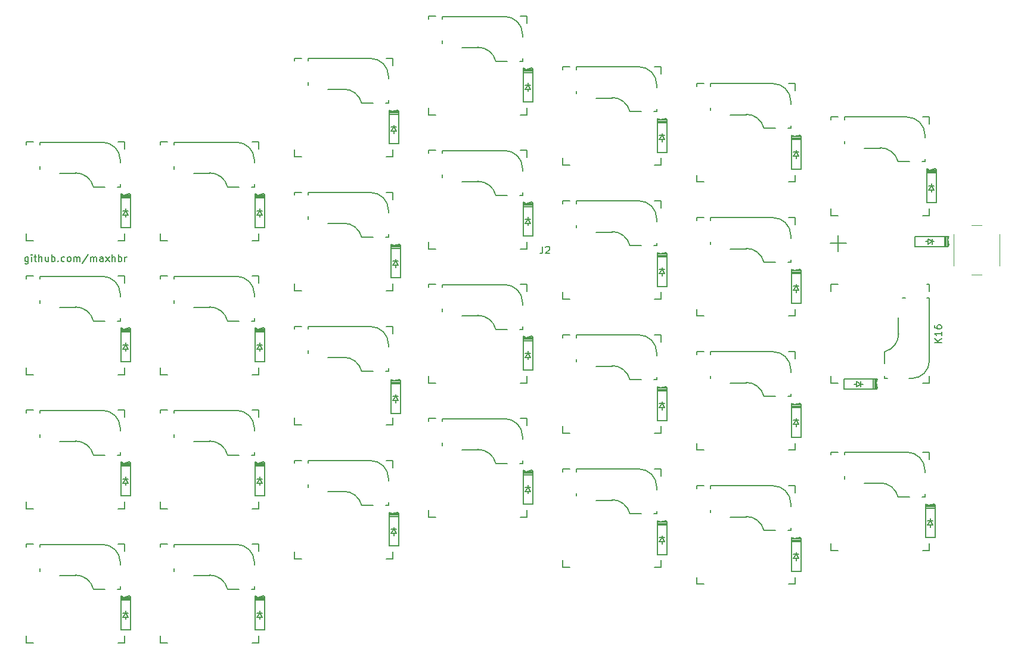
<source format=gbr>
%TF.GenerationSoftware,KiCad,Pcbnew,6.0.4*%
%TF.CreationDate,2022-05-08T18:53:29+02:00*%
%TF.ProjectId,mykeeb,6d796b65-6562-42e6-9b69-6361645f7063,rev?*%
%TF.SameCoordinates,Original*%
%TF.FileFunction,Legend,Top*%
%TF.FilePolarity,Positive*%
%FSLAX46Y46*%
G04 Gerber Fmt 4.6, Leading zero omitted, Abs format (unit mm)*
G04 Created by KiCad (PCBNEW 6.0.4) date 2022-05-08 18:53:29*
%MOMM*%
%LPD*%
G01*
G04 APERTURE LIST*
%ADD10C,0.150000*%
%ADD11C,0.200000*%
%ADD12C,0.120000*%
G04 APERTURE END LIST*
D10*
X20670112Y-56935762D02*
X20670112Y-57745286D01*
X20622493Y-57840524D01*
X20574874Y-57888143D01*
X20479636Y-57935762D01*
X20336778Y-57935762D01*
X20241540Y-57888143D01*
X20670112Y-57554809D02*
X20574874Y-57602428D01*
X20384398Y-57602428D01*
X20289159Y-57554809D01*
X20241540Y-57507190D01*
X20193921Y-57411952D01*
X20193921Y-57126238D01*
X20241540Y-57031000D01*
X20289159Y-56983381D01*
X20384398Y-56935762D01*
X20574874Y-56935762D01*
X20670112Y-56983381D01*
X21146302Y-57602428D02*
X21146302Y-56935762D01*
X21146302Y-56602428D02*
X21098683Y-56650048D01*
X21146302Y-56697667D01*
X21193921Y-56650048D01*
X21146302Y-56602428D01*
X21146302Y-56697667D01*
X21479636Y-56935762D02*
X21860588Y-56935762D01*
X21622493Y-56602428D02*
X21622493Y-57459571D01*
X21670112Y-57554809D01*
X21765350Y-57602428D01*
X21860588Y-57602428D01*
X22193921Y-57602428D02*
X22193921Y-56602428D01*
X22622493Y-57602428D02*
X22622493Y-57078619D01*
X22574874Y-56983381D01*
X22479636Y-56935762D01*
X22336778Y-56935762D01*
X22241540Y-56983381D01*
X22193921Y-57031000D01*
X23527255Y-56935762D02*
X23527255Y-57602428D01*
X23098683Y-56935762D02*
X23098683Y-57459571D01*
X23146302Y-57554809D01*
X23241540Y-57602428D01*
X23384398Y-57602428D01*
X23479636Y-57554809D01*
X23527255Y-57507190D01*
X24003445Y-57602428D02*
X24003445Y-56602428D01*
X24003445Y-56983381D02*
X24098683Y-56935762D01*
X24289159Y-56935762D01*
X24384398Y-56983381D01*
X24432017Y-57031000D01*
X24479636Y-57126238D01*
X24479636Y-57411952D01*
X24432017Y-57507190D01*
X24384398Y-57554809D01*
X24289159Y-57602428D01*
X24098683Y-57602428D01*
X24003445Y-57554809D01*
X24908207Y-57507190D02*
X24955826Y-57554809D01*
X24908207Y-57602428D01*
X24860588Y-57554809D01*
X24908207Y-57507190D01*
X24908207Y-57602428D01*
X25812969Y-57554809D02*
X25717731Y-57602428D01*
X25527255Y-57602428D01*
X25432017Y-57554809D01*
X25384398Y-57507190D01*
X25336778Y-57411952D01*
X25336778Y-57126238D01*
X25384398Y-57031000D01*
X25432017Y-56983381D01*
X25527255Y-56935762D01*
X25717731Y-56935762D01*
X25812969Y-56983381D01*
X26384398Y-57602428D02*
X26289159Y-57554809D01*
X26241540Y-57507190D01*
X26193921Y-57411952D01*
X26193921Y-57126238D01*
X26241540Y-57031000D01*
X26289159Y-56983381D01*
X26384398Y-56935762D01*
X26527255Y-56935762D01*
X26622493Y-56983381D01*
X26670112Y-57031000D01*
X26717731Y-57126238D01*
X26717731Y-57411952D01*
X26670112Y-57507190D01*
X26622493Y-57554809D01*
X26527255Y-57602428D01*
X26384398Y-57602428D01*
X27146302Y-57602428D02*
X27146302Y-56935762D01*
X27146302Y-57031000D02*
X27193921Y-56983381D01*
X27289159Y-56935762D01*
X27432017Y-56935762D01*
X27527255Y-56983381D01*
X27574874Y-57078619D01*
X27574874Y-57602428D01*
X27574874Y-57078619D02*
X27622493Y-56983381D01*
X27717731Y-56935762D01*
X27860588Y-56935762D01*
X27955826Y-56983381D01*
X28003445Y-57078619D01*
X28003445Y-57602428D01*
X29193921Y-56554809D02*
X28336778Y-57840524D01*
X29527255Y-57602428D02*
X29527255Y-56935762D01*
X29527255Y-57031000D02*
X29574874Y-56983381D01*
X29670112Y-56935762D01*
X29812969Y-56935762D01*
X29908207Y-56983381D01*
X29955826Y-57078619D01*
X29955826Y-57602428D01*
X29955826Y-57078619D02*
X30003445Y-56983381D01*
X30098683Y-56935762D01*
X30241540Y-56935762D01*
X30336778Y-56983381D01*
X30384398Y-57078619D01*
X30384398Y-57602428D01*
X31289159Y-57602428D02*
X31289159Y-57078619D01*
X31241540Y-56983381D01*
X31146302Y-56935762D01*
X30955826Y-56935762D01*
X30860588Y-56983381D01*
X31289159Y-57554809D02*
X31193921Y-57602428D01*
X30955826Y-57602428D01*
X30860588Y-57554809D01*
X30812969Y-57459571D01*
X30812969Y-57364333D01*
X30860588Y-57269095D01*
X30955826Y-57221476D01*
X31193921Y-57221476D01*
X31289159Y-57173857D01*
X31670112Y-57602428D02*
X32193921Y-56935762D01*
X31670112Y-56935762D02*
X32193921Y-57602428D01*
X32574874Y-57602428D02*
X32574874Y-56602428D01*
X33003445Y-57602428D02*
X33003445Y-57078619D01*
X32955826Y-56983381D01*
X32860588Y-56935762D01*
X32717731Y-56935762D01*
X32622493Y-56983381D01*
X32574874Y-57031000D01*
X33479636Y-57602428D02*
X33479636Y-56602428D01*
X33479636Y-56983381D02*
X33574874Y-56935762D01*
X33765350Y-56935762D01*
X33860588Y-56983381D01*
X33908207Y-57031000D01*
X33955826Y-57126238D01*
X33955826Y-57411952D01*
X33908207Y-57507190D01*
X33860588Y-57554809D01*
X33765350Y-57602428D01*
X33574874Y-57602428D01*
X33479636Y-57554809D01*
X34384398Y-57602428D02*
X34384398Y-56935762D01*
X34384398Y-57126238D02*
X34432017Y-57031000D01*
X34479636Y-56983381D01*
X34574874Y-56935762D01*
X34670112Y-56935762D01*
X134588506Y-54983081D02*
X136874221Y-54983081D01*
X135731364Y-56125938D02*
X135731364Y-53840224D01*
%TO.C,K16*%
X150391755Y-69079910D02*
X149391755Y-69079910D01*
X150391755Y-68508482D02*
X149820327Y-68937053D01*
X149391755Y-68508482D02*
X149963184Y-69079910D01*
X150391755Y-67556101D02*
X150391755Y-68127529D01*
X150391755Y-67841815D02*
X149391755Y-67841815D01*
X149534613Y-67937053D01*
X149629851Y-68032291D01*
X149677470Y-68127529D01*
X149391755Y-66698958D02*
X149391755Y-66889434D01*
X149439375Y-66984672D01*
X149486994Y-67032291D01*
X149629851Y-67127529D01*
X149820327Y-67175148D01*
X150201279Y-67175148D01*
X150296517Y-67127529D01*
X150344136Y-67079910D01*
X150391755Y-66984672D01*
X150391755Y-66794196D01*
X150344136Y-66698958D01*
X150296517Y-66651339D01*
X150201279Y-66603720D01*
X149963184Y-66603720D01*
X149867946Y-66651339D01*
X149820327Y-66698958D01*
X149772708Y-66794196D01*
X149772708Y-66984672D01*
X149820327Y-67079910D01*
X149867946Y-67127529D01*
X149963184Y-67175148D01*
%TO.C,J2*%
X93726120Y-55463054D02*
X93726120Y-56177340D01*
X93678501Y-56320197D01*
X93583263Y-56415435D01*
X93440406Y-56463054D01*
X93345168Y-56463054D01*
X94154692Y-55558293D02*
X94202311Y-55510674D01*
X94297549Y-55463054D01*
X94535644Y-55463054D01*
X94630882Y-55510674D01*
X94678501Y-55558293D01*
X94726120Y-55653531D01*
X94726120Y-55748769D01*
X94678501Y-55891626D01*
X94107073Y-56463054D01*
X94726120Y-56463054D01*
%TO.C,K26*%
X148034375Y-87233125D02*
X148034375Y-87614125D01*
X148684375Y-84678125D02*
X148684375Y-85678125D01*
X148684375Y-97678125D02*
X148684375Y-98678125D01*
X147684375Y-84678125D02*
X148684375Y-84678125D01*
X134684375Y-98678125D02*
X134684375Y-97678125D01*
X145494375Y-84693125D02*
X136604375Y-84693125D01*
X134684375Y-84678125D02*
X135684375Y-84678125D01*
X136604375Y-84693125D02*
X136604375Y-85074125D01*
X136604375Y-88122125D02*
X136604375Y-88503125D01*
X147653375Y-91043125D02*
X148034375Y-91043125D01*
X134684375Y-85074125D02*
X134684375Y-84678125D01*
X135684375Y-98678125D02*
X134684375Y-98678125D01*
X148684375Y-98678125D02*
X147684375Y-98678125D01*
X148034375Y-91043125D02*
X148034375Y-90662125D01*
X144224375Y-91043125D02*
X145875375Y-91043125D01*
X139398375Y-89138125D02*
X141684375Y-89138125D01*
X144224374Y-91043126D02*
G75*
G03*
X141684376Y-89059954I-2539999J-634999D01*
G01*
X148034375Y-87233125D02*
G75*
G03*
X145494375Y-84693125I-2540000J0D01*
G01*
D11*
%TO.C,D33*%
X92186125Y-87277625D02*
X91424125Y-87477625D01*
X90978125Y-87277625D02*
X90978125Y-92077625D01*
X92378125Y-87477625D02*
X90978125Y-87477625D01*
X92378125Y-92077625D02*
X90978125Y-92077625D01*
X91678125Y-89677625D02*
X91678125Y-89377625D01*
X92378125Y-87423625D02*
X92378125Y-92077625D01*
X92028125Y-90277625D02*
X91278125Y-90277625D01*
X92028125Y-89677625D02*
X91278125Y-89677625D01*
X92378125Y-87877625D02*
X90978125Y-87877625D01*
X91278125Y-90277625D02*
X91678125Y-89677625D01*
X91678125Y-90277625D02*
X91678125Y-90577625D01*
X92378125Y-87677625D02*
X90978125Y-87677625D01*
X91678125Y-89677625D02*
X92028125Y-90277625D01*
X92186125Y-87277625D02*
X92378125Y-87423625D01*
X91424125Y-87477625D02*
X90978125Y-87277625D01*
D10*
%TO.C,K14*%
X107394375Y-48974375D02*
X98504375Y-48974375D01*
X109934375Y-55324375D02*
X109934375Y-54943375D01*
X109934375Y-51514375D02*
X109934375Y-51895375D01*
X110584375Y-62959375D02*
X109584375Y-62959375D01*
X110584375Y-61959375D02*
X110584375Y-62959375D01*
X101298375Y-53419375D02*
X103584375Y-53419375D01*
X98504375Y-52403375D02*
X98504375Y-52784375D01*
X109553375Y-55324375D02*
X109934375Y-55324375D01*
X96584375Y-49355375D02*
X96584375Y-48959375D01*
X109584375Y-48959375D02*
X110584375Y-48959375D01*
X110584375Y-48959375D02*
X110584375Y-49959375D01*
X97584375Y-62959375D02*
X96584375Y-62959375D01*
X106124375Y-55324375D02*
X107775375Y-55324375D01*
X96584375Y-62959375D02*
X96584375Y-61959375D01*
X98504375Y-48974375D02*
X98504375Y-49355375D01*
X96584375Y-48959375D02*
X97584375Y-48959375D01*
X106124374Y-55324376D02*
G75*
G03*
X103584376Y-53341204I-2539999J-634999D01*
G01*
X109934375Y-51514375D02*
G75*
G03*
X107394375Y-48974375I-2540000J0D01*
G01*
%TO.C,K12*%
X60404375Y-51212750D02*
X60404375Y-51593750D01*
X71453375Y-54133750D02*
X71834375Y-54133750D01*
X58484375Y-61768750D02*
X58484375Y-60768750D01*
X71834375Y-50323750D02*
X71834375Y-50704750D01*
X58484375Y-48164750D02*
X58484375Y-47768750D01*
X72484375Y-60768750D02*
X72484375Y-61768750D01*
X69294375Y-47783750D02*
X60404375Y-47783750D01*
X60404375Y-47783750D02*
X60404375Y-48164750D01*
X72484375Y-47768750D02*
X72484375Y-48768750D01*
X58484375Y-47768750D02*
X59484375Y-47768750D01*
X63198375Y-52228750D02*
X65484375Y-52228750D01*
X59484375Y-61768750D02*
X58484375Y-61768750D01*
X71834375Y-54133750D02*
X71834375Y-53752750D01*
X68024375Y-54133750D02*
X69675375Y-54133750D01*
X71484375Y-47768750D02*
X72484375Y-47768750D01*
X72484375Y-61768750D02*
X71484375Y-61768750D01*
X68024374Y-54133751D02*
G75*
G03*
X65484376Y-52150579I-2539999J-634999D01*
G01*
X71834375Y-50323750D02*
G75*
G03*
X69294375Y-47783750I-2540000J0D01*
G01*
D11*
%TO.C,D32*%
X72228125Y-96230750D02*
X72628125Y-95630750D01*
X73328125Y-98030750D02*
X71928125Y-98030750D01*
X73136125Y-93230750D02*
X73328125Y-93376750D01*
X72374125Y-93430750D02*
X71928125Y-93230750D01*
X73328125Y-93376750D02*
X73328125Y-98030750D01*
X72628125Y-95630750D02*
X72978125Y-96230750D01*
X72628125Y-95630750D02*
X72628125Y-95330750D01*
X72978125Y-95630750D02*
X72228125Y-95630750D01*
X73328125Y-93430750D02*
X71928125Y-93430750D01*
X71928125Y-93230750D02*
X71928125Y-98030750D01*
X73328125Y-93830750D02*
X71928125Y-93830750D01*
X72628125Y-96230750D02*
X72628125Y-96530750D01*
X72978125Y-96230750D02*
X72228125Y-96230750D01*
X73136125Y-93230750D02*
X72374125Y-93430750D01*
X73328125Y-93630750D02*
X71928125Y-93630750D01*
D10*
%TO.C,K22*%
X72484375Y-66818750D02*
X72484375Y-67818750D01*
X71453375Y-73183750D02*
X71834375Y-73183750D01*
X58484375Y-80818750D02*
X58484375Y-79818750D01*
X72484375Y-80818750D02*
X71484375Y-80818750D01*
X68024375Y-73183750D02*
X69675375Y-73183750D01*
X58484375Y-67214750D02*
X58484375Y-66818750D01*
X63198375Y-71278750D02*
X65484375Y-71278750D01*
X71834375Y-69373750D02*
X71834375Y-69754750D01*
X58484375Y-66818750D02*
X59484375Y-66818750D01*
X69294375Y-66833750D02*
X60404375Y-66833750D01*
X60404375Y-66833750D02*
X60404375Y-67214750D01*
X59484375Y-80818750D02*
X58484375Y-80818750D01*
X71484375Y-66818750D02*
X72484375Y-66818750D01*
X72484375Y-79818750D02*
X72484375Y-80818750D01*
X71834375Y-73183750D02*
X71834375Y-72802750D01*
X60404375Y-70262750D02*
X60404375Y-70643750D01*
X71834375Y-69373750D02*
G75*
G03*
X69294375Y-66833750I-2540000J0D01*
G01*
X68024374Y-73183751D02*
G75*
G03*
X65484376Y-71200579I-2539999J-634999D01*
G01*
D11*
%TO.C,D10*%
X34528125Y-69437000D02*
X34878125Y-70037000D01*
X35228125Y-67183000D02*
X35228125Y-71837000D01*
X35228125Y-71837000D02*
X33828125Y-71837000D01*
X34128125Y-70037000D02*
X34528125Y-69437000D01*
X35036125Y-67037000D02*
X34274125Y-67237000D01*
X35228125Y-67437000D02*
X33828125Y-67437000D01*
X34274125Y-67237000D02*
X33828125Y-67037000D01*
X34528125Y-70037000D02*
X34528125Y-70337000D01*
X35228125Y-67637000D02*
X33828125Y-67637000D01*
X34878125Y-69437000D02*
X34128125Y-69437000D01*
X34528125Y-69437000D02*
X34528125Y-69137000D01*
X35036125Y-67037000D02*
X35228125Y-67183000D01*
X33828125Y-67037000D02*
X33828125Y-71837000D01*
X35228125Y-67237000D02*
X33828125Y-67237000D01*
X34878125Y-70037000D02*
X34128125Y-70037000D01*
%TO.C,D2*%
X73328125Y-40880750D02*
X71928125Y-40880750D01*
X72628125Y-39080750D02*
X72628125Y-39380750D01*
X73328125Y-36480750D02*
X71928125Y-36480750D01*
X72978125Y-39080750D02*
X72228125Y-39080750D01*
X72228125Y-39080750D02*
X72628125Y-38480750D01*
X73136125Y-36080750D02*
X73328125Y-36226750D01*
X72978125Y-38480750D02*
X72228125Y-38480750D01*
X72374125Y-36280750D02*
X71928125Y-36080750D01*
X72628125Y-38480750D02*
X72978125Y-39080750D01*
X73328125Y-36680750D02*
X71928125Y-36680750D01*
X72628125Y-38480750D02*
X72628125Y-38180750D01*
X71928125Y-36080750D02*
X71928125Y-40880750D01*
X73328125Y-36280750D02*
X71928125Y-36280750D01*
X73328125Y-36226750D02*
X73328125Y-40880750D01*
X73136125Y-36080750D02*
X72374125Y-36280750D01*
D10*
%TO.C,K30*%
X33384375Y-97775000D02*
X34384375Y-97775000D01*
X33353375Y-104140000D02*
X33734375Y-104140000D01*
X22304375Y-97790000D02*
X22304375Y-98171000D01*
X29924375Y-104140000D02*
X31575375Y-104140000D01*
X25098375Y-102235000D02*
X27384375Y-102235000D01*
X22304375Y-101219000D02*
X22304375Y-101600000D01*
X34384375Y-110775000D02*
X34384375Y-111775000D01*
X20384375Y-98171000D02*
X20384375Y-97775000D01*
X21384375Y-111775000D02*
X20384375Y-111775000D01*
X33734375Y-100330000D02*
X33734375Y-100711000D01*
X31194375Y-97790000D02*
X22304375Y-97790000D01*
X34384375Y-111775000D02*
X33384375Y-111775000D01*
X34384375Y-97775000D02*
X34384375Y-98775000D01*
X33734375Y-104140000D02*
X33734375Y-103759000D01*
X20384375Y-97775000D02*
X21384375Y-97775000D01*
X20384375Y-111775000D02*
X20384375Y-110775000D01*
X29924374Y-104140001D02*
G75*
G03*
X27384376Y-102156829I-2539999J-634999D01*
G01*
X33734375Y-100330000D02*
G75*
G03*
X31194375Y-97790000I-2540000J0D01*
G01*
D11*
%TO.C,D14*%
X110728125Y-58721375D02*
X111078125Y-59321375D01*
X111078125Y-58721375D02*
X110328125Y-58721375D01*
X111428125Y-56521375D02*
X110028125Y-56521375D01*
X111428125Y-56467375D02*
X111428125Y-61121375D01*
X111236125Y-56321375D02*
X111428125Y-56467375D01*
X111428125Y-56921375D02*
X110028125Y-56921375D01*
X110328125Y-59321375D02*
X110728125Y-58721375D01*
X110474125Y-56521375D02*
X110028125Y-56321375D01*
X111236125Y-56321375D02*
X110474125Y-56521375D01*
X111078125Y-59321375D02*
X110328125Y-59321375D01*
X111428125Y-56721375D02*
X110028125Y-56721375D01*
X110028125Y-56321375D02*
X110028125Y-61121375D01*
X110728125Y-58721375D02*
X110728125Y-58421375D01*
X111428125Y-61121375D02*
X110028125Y-61121375D01*
X110728125Y-59321375D02*
X110728125Y-59621375D01*
%TO.C,D5*%
X130286125Y-39652625D02*
X130478125Y-39798625D01*
X130478125Y-39798625D02*
X130478125Y-44452625D01*
X130478125Y-40252625D02*
X129078125Y-40252625D01*
X129778125Y-42052625D02*
X129778125Y-41752625D01*
X130128125Y-42052625D02*
X129378125Y-42052625D01*
X129778125Y-42052625D02*
X130128125Y-42652625D01*
X130478125Y-39852625D02*
X129078125Y-39852625D01*
X129778125Y-42652625D02*
X129778125Y-42952625D01*
X130478125Y-40052625D02*
X129078125Y-40052625D01*
X129524125Y-39852625D02*
X129078125Y-39652625D01*
X130478125Y-44452625D02*
X129078125Y-44452625D01*
X130128125Y-42652625D02*
X129378125Y-42652625D01*
X130286125Y-39652625D02*
X129524125Y-39852625D01*
X129378125Y-42652625D02*
X129778125Y-42052625D01*
X129078125Y-39652625D02*
X129078125Y-44452625D01*
%TO.C,D15*%
X130478125Y-59302625D02*
X129078125Y-59302625D01*
X129078125Y-58702625D02*
X129078125Y-63502625D01*
X130128125Y-61102625D02*
X129378125Y-61102625D01*
X130478125Y-58848625D02*
X130478125Y-63502625D01*
X130478125Y-63502625D02*
X129078125Y-63502625D01*
X129524125Y-58902625D02*
X129078125Y-58702625D01*
X129778125Y-61102625D02*
X130128125Y-61702625D01*
X130478125Y-58902625D02*
X129078125Y-58902625D01*
X129778125Y-61102625D02*
X129778125Y-60802625D01*
X130478125Y-59102625D02*
X129078125Y-59102625D01*
X130286125Y-58702625D02*
X129524125Y-58902625D01*
X129378125Y-61702625D02*
X129778125Y-61102625D01*
X130128125Y-61702625D02*
X129378125Y-61702625D01*
X129778125Y-61702625D02*
X129778125Y-62002625D01*
X130286125Y-58702625D02*
X130478125Y-58848625D01*
%TO.C,D36*%
X146642712Y-55468755D02*
X146642712Y-54068755D01*
X148442712Y-55118755D02*
X148442712Y-54368755D01*
X149042712Y-55118755D02*
X149042712Y-54368755D01*
X151442712Y-55276755D02*
X151242712Y-54514755D01*
X150842712Y-55468755D02*
X150842712Y-54068755D01*
X149042712Y-54768755D02*
X148442712Y-55118755D01*
X148442712Y-54768755D02*
X148142712Y-54768755D01*
X149042712Y-54768755D02*
X149342712Y-54768755D01*
X151296712Y-55468755D02*
X146642712Y-55468755D01*
X151242712Y-55468755D02*
X151242712Y-54068755D01*
X151242712Y-54514755D02*
X151442712Y-54068755D01*
X151442712Y-54068755D02*
X146642712Y-54068755D01*
X148442712Y-54368755D02*
X149042712Y-54768755D01*
X151042712Y-55468755D02*
X151042712Y-54068755D01*
X151442712Y-55276755D02*
X151296712Y-55468755D01*
%TO.C,D11*%
X52878125Y-67037000D02*
X52878125Y-71837000D01*
X54278125Y-67237000D02*
X52878125Y-67237000D01*
X54278125Y-67183000D02*
X54278125Y-71837000D01*
X54086125Y-67037000D02*
X54278125Y-67183000D01*
X53578125Y-69437000D02*
X53578125Y-69137000D01*
X54278125Y-67437000D02*
X52878125Y-67437000D01*
X53928125Y-69437000D02*
X53178125Y-69437000D01*
X53928125Y-70037000D02*
X53178125Y-70037000D01*
X54278125Y-67637000D02*
X52878125Y-67637000D01*
X53578125Y-69437000D02*
X53928125Y-70037000D01*
X54086125Y-67037000D02*
X53324125Y-67237000D01*
X54278125Y-71837000D02*
X52878125Y-71837000D01*
X53578125Y-70037000D02*
X53578125Y-70337000D01*
X53324125Y-67237000D02*
X52878125Y-67037000D01*
X53178125Y-70037000D02*
X53578125Y-69437000D01*
D10*
%TO.C,K31*%
X52784375Y-100330000D02*
X52784375Y-100711000D01*
X39434375Y-98171000D02*
X39434375Y-97775000D01*
X53434375Y-110775000D02*
X53434375Y-111775000D01*
X41354375Y-101219000D02*
X41354375Y-101600000D01*
X39434375Y-97775000D02*
X40434375Y-97775000D01*
X52434375Y-97775000D02*
X53434375Y-97775000D01*
X53434375Y-97775000D02*
X53434375Y-98775000D01*
X53434375Y-111775000D02*
X52434375Y-111775000D01*
X50244375Y-97790000D02*
X41354375Y-97790000D01*
X41354375Y-97790000D02*
X41354375Y-98171000D01*
X39434375Y-111775000D02*
X39434375Y-110775000D01*
X44148375Y-102235000D02*
X46434375Y-102235000D01*
X52403375Y-104140000D02*
X52784375Y-104140000D01*
X40434375Y-111775000D02*
X39434375Y-111775000D01*
X52784375Y-104140000D02*
X52784375Y-103759000D01*
X48974375Y-104140000D02*
X50625375Y-104140000D01*
X48974374Y-104140001D02*
G75*
G03*
X46434376Y-102156829I-2539999J-634999D01*
G01*
X52784375Y-100330000D02*
G75*
G03*
X50244375Y-97790000I-2540000J0D01*
G01*
D11*
%TO.C,D16*%
X141122375Y-74755375D02*
X141322375Y-74309375D01*
X136522375Y-75709375D02*
X136522375Y-74309375D01*
X141122375Y-75709375D02*
X141122375Y-74309375D01*
X141322375Y-75517375D02*
X141176375Y-75709375D01*
X138322375Y-75009375D02*
X138022375Y-75009375D01*
X141176375Y-75709375D02*
X136522375Y-75709375D01*
X141322375Y-75517375D02*
X141122375Y-74755375D01*
X138922375Y-75009375D02*
X139222375Y-75009375D01*
X138322375Y-74609375D02*
X138922375Y-75009375D01*
X141322375Y-74309375D02*
X136522375Y-74309375D01*
X138922375Y-75009375D02*
X138322375Y-75359375D01*
X138922375Y-75359375D02*
X138922375Y-74609375D01*
X140922375Y-75709375D02*
X140922375Y-74309375D01*
X140722375Y-75709375D02*
X140722375Y-74309375D01*
X138322375Y-75359375D02*
X138322375Y-74609375D01*
D10*
%TO.C,K20*%
X33734375Y-81280000D02*
X33734375Y-81661000D01*
X34384375Y-91725000D02*
X34384375Y-92725000D01*
X20384375Y-78725000D02*
X21384375Y-78725000D01*
X22304375Y-82169000D02*
X22304375Y-82550000D01*
X20384375Y-92725000D02*
X20384375Y-91725000D01*
X34384375Y-78725000D02*
X34384375Y-79725000D01*
X25098375Y-83185000D02*
X27384375Y-83185000D01*
X33353375Y-85090000D02*
X33734375Y-85090000D01*
X22304375Y-78740000D02*
X22304375Y-79121000D01*
X33384375Y-78725000D02*
X34384375Y-78725000D01*
X21384375Y-92725000D02*
X20384375Y-92725000D01*
X33734375Y-85090000D02*
X33734375Y-84709000D01*
X34384375Y-92725000D02*
X33384375Y-92725000D01*
X20384375Y-79121000D02*
X20384375Y-78725000D01*
X29924375Y-85090000D02*
X31575375Y-85090000D01*
X31194375Y-78740000D02*
X22304375Y-78740000D01*
X33734375Y-81280000D02*
G75*
G03*
X31194375Y-78740000I-2540000J0D01*
G01*
X29924374Y-85090001D02*
G75*
G03*
X27384376Y-83106829I-2539999J-634999D01*
G01*
D11*
%TO.C,D30*%
X35036125Y-105137000D02*
X34274125Y-105337000D01*
X34128125Y-108137000D02*
X34528125Y-107537000D01*
X35228125Y-105337000D02*
X33828125Y-105337000D01*
X34878125Y-108137000D02*
X34128125Y-108137000D01*
X34878125Y-107537000D02*
X34128125Y-107537000D01*
X35228125Y-105537000D02*
X33828125Y-105537000D01*
X35228125Y-105737000D02*
X33828125Y-105737000D01*
X34274125Y-105337000D02*
X33828125Y-105137000D01*
X35228125Y-109937000D02*
X33828125Y-109937000D01*
X34528125Y-107537000D02*
X34878125Y-108137000D01*
X35036125Y-105137000D02*
X35228125Y-105283000D01*
X33828125Y-105137000D02*
X33828125Y-109937000D01*
X34528125Y-107537000D02*
X34528125Y-107237000D01*
X34528125Y-108137000D02*
X34528125Y-108437000D01*
X35228125Y-105283000D02*
X35228125Y-109937000D01*
%TO.C,D25*%
X130128125Y-80752625D02*
X129378125Y-80752625D01*
X129778125Y-80152625D02*
X129778125Y-79852625D01*
X130286125Y-77752625D02*
X129524125Y-77952625D01*
X130128125Y-80152625D02*
X129378125Y-80152625D01*
X130478125Y-78352625D02*
X129078125Y-78352625D01*
X129778125Y-80152625D02*
X130128125Y-80752625D01*
X130478125Y-78152625D02*
X129078125Y-78152625D01*
X130478125Y-77898625D02*
X130478125Y-82552625D01*
X129524125Y-77952625D02*
X129078125Y-77752625D01*
X130478125Y-77952625D02*
X129078125Y-77952625D01*
X129378125Y-80752625D02*
X129778125Y-80152625D01*
X130286125Y-77752625D02*
X130478125Y-77898625D01*
X130478125Y-82552625D02*
X129078125Y-82552625D01*
X129778125Y-80752625D02*
X129778125Y-81052625D01*
X129078125Y-77752625D02*
X129078125Y-82552625D01*
%TO.C,D0*%
X35228125Y-48133000D02*
X35228125Y-52787000D01*
X34528125Y-50387000D02*
X34878125Y-50987000D01*
X34528125Y-50987000D02*
X34528125Y-51287000D01*
X34878125Y-50987000D02*
X34128125Y-50987000D01*
X35036125Y-47987000D02*
X35228125Y-48133000D01*
X34528125Y-50387000D02*
X34528125Y-50087000D01*
X33828125Y-47987000D02*
X33828125Y-52787000D01*
X35036125Y-47987000D02*
X34274125Y-48187000D01*
X34878125Y-50387000D02*
X34128125Y-50387000D01*
X35228125Y-48387000D02*
X33828125Y-48387000D01*
X35228125Y-48587000D02*
X33828125Y-48587000D01*
X34128125Y-50987000D02*
X34528125Y-50387000D01*
X35228125Y-48187000D02*
X33828125Y-48187000D01*
X34274125Y-48187000D02*
X33828125Y-47987000D01*
X35228125Y-52787000D02*
X33828125Y-52787000D01*
D12*
%TO.C,SW36*%
X158626590Y-58209381D02*
X158626590Y-53709381D01*
X154626590Y-59459381D02*
X156126590Y-59459381D01*
X152126590Y-53709381D02*
X152126590Y-58209381D01*
X156126590Y-52459381D02*
X154626590Y-52459381D01*
D11*
%TO.C,D4*%
X110328125Y-40271375D02*
X110728125Y-39671375D01*
X111428125Y-37671375D02*
X110028125Y-37671375D01*
X111428125Y-37417375D02*
X111428125Y-42071375D01*
X111428125Y-37471375D02*
X110028125Y-37471375D01*
X111236125Y-37271375D02*
X111428125Y-37417375D01*
X110728125Y-40271375D02*
X110728125Y-40571375D01*
X111428125Y-37871375D02*
X110028125Y-37871375D01*
X111078125Y-39671375D02*
X110328125Y-39671375D01*
X110728125Y-39671375D02*
X111078125Y-40271375D01*
X110728125Y-39671375D02*
X110728125Y-39371375D01*
X111236125Y-37271375D02*
X110474125Y-37471375D01*
X111428125Y-42071375D02*
X110028125Y-42071375D01*
X110474125Y-37471375D02*
X110028125Y-37271375D01*
X111078125Y-40271375D02*
X110328125Y-40271375D01*
X110028125Y-37271375D02*
X110028125Y-42071375D01*
D10*
%TO.C,K11*%
X52784375Y-66040000D02*
X52784375Y-65659000D01*
X48974375Y-66040000D02*
X50625375Y-66040000D01*
X39434375Y-59675000D02*
X40434375Y-59675000D01*
X50244375Y-59690000D02*
X41354375Y-59690000D01*
X52403375Y-66040000D02*
X52784375Y-66040000D01*
X39434375Y-60071000D02*
X39434375Y-59675000D01*
X41354375Y-59690000D02*
X41354375Y-60071000D01*
X40434375Y-73675000D02*
X39434375Y-73675000D01*
X44148375Y-64135000D02*
X46434375Y-64135000D01*
X52434375Y-59675000D02*
X53434375Y-59675000D01*
X53434375Y-59675000D02*
X53434375Y-60675000D01*
X39434375Y-73675000D02*
X39434375Y-72675000D01*
X53434375Y-72675000D02*
X53434375Y-73675000D01*
X41354375Y-63119000D02*
X41354375Y-63500000D01*
X52784375Y-62230000D02*
X52784375Y-62611000D01*
X53434375Y-73675000D02*
X52434375Y-73675000D01*
X52784375Y-62230000D02*
G75*
G03*
X50244375Y-59690000I-2540000J0D01*
G01*
X48974374Y-66040001D02*
G75*
G03*
X46434376Y-64056829I-2539999J-634999D01*
G01*
%TO.C,K4*%
X109934375Y-32464375D02*
X109934375Y-32845375D01*
X109584375Y-29909375D02*
X110584375Y-29909375D01*
X98504375Y-29924375D02*
X98504375Y-30305375D01*
X96584375Y-30305375D02*
X96584375Y-29909375D01*
X98504375Y-33353375D02*
X98504375Y-33734375D01*
X109934375Y-36274375D02*
X109934375Y-35893375D01*
X110584375Y-29909375D02*
X110584375Y-30909375D01*
X110584375Y-43909375D02*
X109584375Y-43909375D01*
X96584375Y-43909375D02*
X96584375Y-42909375D01*
X110584375Y-42909375D02*
X110584375Y-43909375D01*
X109553375Y-36274375D02*
X109934375Y-36274375D01*
X96584375Y-29909375D02*
X97584375Y-29909375D01*
X107394375Y-29924375D02*
X98504375Y-29924375D01*
X101298375Y-34369375D02*
X103584375Y-34369375D01*
X97584375Y-43909375D02*
X96584375Y-43909375D01*
X106124375Y-36274375D02*
X107775375Y-36274375D01*
X106124374Y-36274376D02*
G75*
G03*
X103584376Y-34291204I-2539999J-634999D01*
G01*
X109934375Y-32464375D02*
G75*
G03*
X107394375Y-29924375I-2540000J0D01*
G01*
D11*
%TO.C,D31*%
X54278125Y-105537000D02*
X52878125Y-105537000D01*
X53928125Y-108137000D02*
X53178125Y-108137000D01*
X54086125Y-105137000D02*
X53324125Y-105337000D01*
X53324125Y-105337000D02*
X52878125Y-105137000D01*
X53178125Y-108137000D02*
X53578125Y-107537000D01*
X53578125Y-107537000D02*
X53928125Y-108137000D01*
X53578125Y-107537000D02*
X53578125Y-107237000D01*
X54086125Y-105137000D02*
X54278125Y-105283000D01*
X53578125Y-108137000D02*
X53578125Y-108437000D01*
X54278125Y-105283000D02*
X54278125Y-109937000D01*
X54278125Y-105737000D02*
X52878125Y-105737000D01*
X52878125Y-105137000D02*
X52878125Y-109937000D01*
X53928125Y-107537000D02*
X53178125Y-107537000D01*
X54278125Y-105337000D02*
X52878125Y-105337000D01*
X54278125Y-109937000D02*
X52878125Y-109937000D01*
D10*
%TO.C,K10*%
X34384375Y-73675000D02*
X33384375Y-73675000D01*
X34384375Y-59675000D02*
X34384375Y-60675000D01*
X20384375Y-59675000D02*
X21384375Y-59675000D01*
X20384375Y-60071000D02*
X20384375Y-59675000D01*
X34384375Y-72675000D02*
X34384375Y-73675000D01*
X31194375Y-59690000D02*
X22304375Y-59690000D01*
X20384375Y-73675000D02*
X20384375Y-72675000D01*
X22304375Y-59690000D02*
X22304375Y-60071000D01*
X33353375Y-66040000D02*
X33734375Y-66040000D01*
X21384375Y-73675000D02*
X20384375Y-73675000D01*
X33734375Y-66040000D02*
X33734375Y-65659000D01*
X22304375Y-63119000D02*
X22304375Y-63500000D01*
X33734375Y-62230000D02*
X33734375Y-62611000D01*
X33384375Y-59675000D02*
X34384375Y-59675000D01*
X25098375Y-64135000D02*
X27384375Y-64135000D01*
X29924375Y-66040000D02*
X31575375Y-66040000D01*
X29924374Y-66040001D02*
G75*
G03*
X27384376Y-64056829I-2539999J-634999D01*
G01*
X33734375Y-62230000D02*
G75*
G03*
X31194375Y-59690000I-2540000J0D01*
G01*
D11*
%TO.C,D3*%
X91424125Y-30327625D02*
X90978125Y-30127625D01*
X91678125Y-33127625D02*
X91678125Y-33427625D01*
X92378125Y-30273625D02*
X92378125Y-34927625D01*
X92028125Y-32527625D02*
X91278125Y-32527625D01*
X92378125Y-30727625D02*
X90978125Y-30727625D01*
X92028125Y-33127625D02*
X91278125Y-33127625D01*
X91678125Y-32527625D02*
X91678125Y-32227625D01*
X90978125Y-30127625D02*
X90978125Y-34927625D01*
X92378125Y-30527625D02*
X90978125Y-30527625D01*
X92378125Y-34927625D02*
X90978125Y-34927625D01*
X92186125Y-30127625D02*
X91424125Y-30327625D01*
X92186125Y-30127625D02*
X92378125Y-30273625D01*
X92378125Y-30327625D02*
X90978125Y-30327625D01*
X91678125Y-32527625D02*
X92028125Y-33127625D01*
X91278125Y-33127625D02*
X91678125Y-32527625D01*
%TO.C,D13*%
X92378125Y-49577625D02*
X90978125Y-49577625D01*
X92378125Y-49777625D02*
X90978125Y-49777625D01*
X90978125Y-49177625D02*
X90978125Y-53977625D01*
X91678125Y-52177625D02*
X91678125Y-52477625D01*
X92186125Y-49177625D02*
X92378125Y-49323625D01*
X91678125Y-51577625D02*
X92028125Y-52177625D01*
X92378125Y-49377625D02*
X90978125Y-49377625D01*
X92378125Y-53977625D02*
X90978125Y-53977625D01*
X91424125Y-49377625D02*
X90978125Y-49177625D01*
X91678125Y-51577625D02*
X91678125Y-51277625D01*
X92186125Y-49177625D02*
X91424125Y-49377625D01*
X91278125Y-52177625D02*
X91678125Y-51577625D01*
X92028125Y-52177625D02*
X91278125Y-52177625D01*
X92028125Y-51577625D02*
X91278125Y-51577625D01*
X92378125Y-49323625D02*
X92378125Y-53977625D01*
%TO.C,D20*%
X35228125Y-86687000D02*
X33828125Y-86687000D01*
X35228125Y-86487000D02*
X33828125Y-86487000D01*
X34128125Y-89087000D02*
X34528125Y-88487000D01*
X33828125Y-86087000D02*
X33828125Y-90887000D01*
X34528125Y-88487000D02*
X34528125Y-88187000D01*
X35036125Y-86087000D02*
X34274125Y-86287000D01*
X35228125Y-86287000D02*
X33828125Y-86287000D01*
X34878125Y-88487000D02*
X34128125Y-88487000D01*
X35228125Y-86233000D02*
X35228125Y-90887000D01*
X34528125Y-88487000D02*
X34878125Y-89087000D01*
X34878125Y-89087000D02*
X34128125Y-89087000D01*
X34274125Y-86287000D02*
X33828125Y-86087000D01*
X35228125Y-90887000D02*
X33828125Y-90887000D01*
X34528125Y-89087000D02*
X34528125Y-89387000D01*
X35036125Y-86087000D02*
X35228125Y-86233000D01*
D10*
%TO.C,K3*%
X77534375Y-22765625D02*
X78534375Y-22765625D01*
X91534375Y-22765625D02*
X91534375Y-23765625D01*
X79454375Y-22780625D02*
X79454375Y-23161625D01*
X87074375Y-29130625D02*
X88725375Y-29130625D01*
X79454375Y-26209625D02*
X79454375Y-26590625D01*
X77534375Y-23161625D02*
X77534375Y-22765625D01*
X90884375Y-29130625D02*
X90884375Y-28749625D01*
X91534375Y-36765625D02*
X90534375Y-36765625D01*
X90884375Y-25320625D02*
X90884375Y-25701625D01*
X82248375Y-27225625D02*
X84534375Y-27225625D01*
X90534375Y-22765625D02*
X91534375Y-22765625D01*
X78534375Y-36765625D02*
X77534375Y-36765625D01*
X77534375Y-36765625D02*
X77534375Y-35765625D01*
X91534375Y-35765625D02*
X91534375Y-36765625D01*
X88344375Y-22780625D02*
X79454375Y-22780625D01*
X90503375Y-29130625D02*
X90884375Y-29130625D01*
X90884375Y-25320625D02*
G75*
G03*
X88344375Y-22780625I-2540000J0D01*
G01*
X87074374Y-29130626D02*
G75*
G03*
X84534376Y-27147454I-2539999J-634999D01*
G01*
D11*
%TO.C,D23*%
X92378125Y-73027625D02*
X90978125Y-73027625D01*
X92186125Y-68227625D02*
X92378125Y-68373625D01*
X92378125Y-68427625D02*
X90978125Y-68427625D01*
X92186125Y-68227625D02*
X91424125Y-68427625D01*
X92028125Y-71227625D02*
X91278125Y-71227625D01*
X91424125Y-68427625D02*
X90978125Y-68227625D01*
X91678125Y-70627625D02*
X92028125Y-71227625D01*
X92028125Y-70627625D02*
X91278125Y-70627625D01*
X91678125Y-71227625D02*
X91678125Y-71527625D01*
X91278125Y-71227625D02*
X91678125Y-70627625D01*
X92378125Y-68827625D02*
X90978125Y-68827625D01*
X91678125Y-70627625D02*
X91678125Y-70327625D01*
X90978125Y-68227625D02*
X90978125Y-73027625D01*
X92378125Y-68627625D02*
X90978125Y-68627625D01*
X92378125Y-68373625D02*
X92378125Y-73027625D01*
D10*
%TO.C,K16*%
X142319375Y-73834625D02*
X142319375Y-74215625D01*
X142319375Y-74215625D02*
X142700375Y-74215625D01*
X148669375Y-62785625D02*
X148288375Y-62785625D01*
X148684375Y-73865625D02*
X148684375Y-74865625D01*
X148288375Y-60865625D02*
X148684375Y-60865625D01*
X148684375Y-60865625D02*
X148684375Y-61865625D01*
X134684375Y-61865625D02*
X134684375Y-60865625D01*
X145240375Y-62785625D02*
X144859375Y-62785625D01*
X148669375Y-71675625D02*
X148669375Y-62785625D01*
X146129375Y-74215625D02*
X145748375Y-74215625D01*
X134684375Y-74865625D02*
X134684375Y-73865625D01*
X134684375Y-60865625D02*
X135684375Y-60865625D01*
X144224375Y-65579625D02*
X144224375Y-67865625D01*
X142319375Y-70405625D02*
X142319375Y-72056625D01*
X135684375Y-74865625D02*
X134684375Y-74865625D01*
X148684375Y-74865625D02*
X147684375Y-74865625D01*
X142319374Y-70405624D02*
G75*
G03*
X144302546Y-67865626I-634999J2539999D01*
G01*
X146129375Y-74215625D02*
G75*
G03*
X148669375Y-71675625I0J2540000D01*
G01*
%TO.C,K35*%
X117554375Y-89455625D02*
X117554375Y-89836625D01*
X128603375Y-95805625D02*
X128984375Y-95805625D01*
X129634375Y-89440625D02*
X129634375Y-90440625D01*
X128984375Y-95805625D02*
X128984375Y-95424625D01*
X129634375Y-103440625D02*
X128634375Y-103440625D01*
X126444375Y-89455625D02*
X117554375Y-89455625D01*
X115634375Y-89440625D02*
X116634375Y-89440625D01*
X117554375Y-92884625D02*
X117554375Y-93265625D01*
X129634375Y-102440625D02*
X129634375Y-103440625D01*
X128984375Y-91995625D02*
X128984375Y-92376625D01*
X116634375Y-103440625D02*
X115634375Y-103440625D01*
X120348375Y-93900625D02*
X122634375Y-93900625D01*
X115634375Y-103440625D02*
X115634375Y-102440625D01*
X125174375Y-95805625D02*
X126825375Y-95805625D01*
X128634375Y-89440625D02*
X129634375Y-89440625D01*
X115634375Y-89836625D02*
X115634375Y-89440625D01*
X128984375Y-91995625D02*
G75*
G03*
X126444375Y-89455625I-2540000J0D01*
G01*
X125174374Y-95805626D02*
G75*
G03*
X122634376Y-93822454I-2539999J-634999D01*
G01*
%TO.C,K2*%
X58484375Y-29114750D02*
X58484375Y-28718750D01*
X71453375Y-35083750D02*
X71834375Y-35083750D01*
X72484375Y-28718750D02*
X72484375Y-29718750D01*
X69294375Y-28733750D02*
X60404375Y-28733750D01*
X58484375Y-42718750D02*
X58484375Y-41718750D01*
X71834375Y-35083750D02*
X71834375Y-34702750D01*
X68024375Y-35083750D02*
X69675375Y-35083750D01*
X60404375Y-28733750D02*
X60404375Y-29114750D01*
X71484375Y-28718750D02*
X72484375Y-28718750D01*
X72484375Y-41718750D02*
X72484375Y-42718750D01*
X58484375Y-28718750D02*
X59484375Y-28718750D01*
X72484375Y-42718750D02*
X71484375Y-42718750D01*
X63198375Y-33178750D02*
X65484375Y-33178750D01*
X60404375Y-32162750D02*
X60404375Y-32543750D01*
X71834375Y-31273750D02*
X71834375Y-31654750D01*
X59484375Y-42718750D02*
X58484375Y-42718750D01*
X68024374Y-35083751D02*
G75*
G03*
X65484376Y-33100579I-2539999J-634999D01*
G01*
X71834375Y-31273750D02*
G75*
G03*
X69294375Y-28733750I-2540000J0D01*
G01*
%TO.C,K32*%
X71453375Y-92233750D02*
X71834375Y-92233750D01*
X71834375Y-88423750D02*
X71834375Y-88804750D01*
X60404375Y-85883750D02*
X60404375Y-86264750D01*
X63198375Y-90328750D02*
X65484375Y-90328750D01*
X72484375Y-98868750D02*
X72484375Y-99868750D01*
X69294375Y-85883750D02*
X60404375Y-85883750D01*
X59484375Y-99868750D02*
X58484375Y-99868750D01*
X58484375Y-86264750D02*
X58484375Y-85868750D01*
X72484375Y-85868750D02*
X72484375Y-86868750D01*
X68024375Y-92233750D02*
X69675375Y-92233750D01*
X60404375Y-89312750D02*
X60404375Y-89693750D01*
X58484375Y-85868750D02*
X59484375Y-85868750D01*
X71834375Y-92233750D02*
X71834375Y-91852750D01*
X72484375Y-99868750D02*
X71484375Y-99868750D01*
X58484375Y-99868750D02*
X58484375Y-98868750D01*
X71484375Y-85868750D02*
X72484375Y-85868750D01*
X68024374Y-92233751D02*
G75*
G03*
X65484376Y-90250579I-2539999J-634999D01*
G01*
X71834375Y-88423750D02*
G75*
G03*
X69294375Y-85883750I-2540000J0D01*
G01*
%TO.C,K5*%
X128984375Y-34845625D02*
X128984375Y-35226625D01*
X128603375Y-38655625D02*
X128984375Y-38655625D01*
X129634375Y-45290625D02*
X129634375Y-46290625D01*
X117554375Y-35734625D02*
X117554375Y-36115625D01*
X115634375Y-32290625D02*
X116634375Y-32290625D01*
X126444375Y-32305625D02*
X117554375Y-32305625D01*
X117554375Y-32305625D02*
X117554375Y-32686625D01*
X128634375Y-32290625D02*
X129634375Y-32290625D01*
X115634375Y-32686625D02*
X115634375Y-32290625D01*
X120348375Y-36750625D02*
X122634375Y-36750625D01*
X125174375Y-38655625D02*
X126825375Y-38655625D01*
X129634375Y-46290625D02*
X128634375Y-46290625D01*
X128984375Y-38655625D02*
X128984375Y-38274625D01*
X116634375Y-46290625D02*
X115634375Y-46290625D01*
X115634375Y-46290625D02*
X115634375Y-45290625D01*
X129634375Y-32290625D02*
X129634375Y-33290625D01*
X128984375Y-34845625D02*
G75*
G03*
X126444375Y-32305625I-2540000J0D01*
G01*
X125174374Y-38655626D02*
G75*
G03*
X122634376Y-36672454I-2539999J-634999D01*
G01*
%TO.C,K6*%
X145494375Y-37068125D02*
X136604375Y-37068125D01*
X148684375Y-50053125D02*
X148684375Y-51053125D01*
X144224375Y-43418125D02*
X145875375Y-43418125D01*
X148684375Y-37053125D02*
X148684375Y-38053125D01*
X136604375Y-37068125D02*
X136604375Y-37449125D01*
X139398375Y-41513125D02*
X141684375Y-41513125D01*
X135684375Y-51053125D02*
X134684375Y-51053125D01*
X134684375Y-37449125D02*
X134684375Y-37053125D01*
X148034375Y-43418125D02*
X148034375Y-43037125D01*
X134684375Y-51053125D02*
X134684375Y-50053125D01*
X134684375Y-37053125D02*
X135684375Y-37053125D01*
X136604375Y-40497125D02*
X136604375Y-40878125D01*
X147684375Y-37053125D02*
X148684375Y-37053125D01*
X148034375Y-39608125D02*
X148034375Y-39989125D01*
X148684375Y-51053125D02*
X147684375Y-51053125D01*
X147653375Y-43418125D02*
X148034375Y-43418125D01*
X144224374Y-43418126D02*
G75*
G03*
X141684376Y-41434954I-2539999J-634999D01*
G01*
X148034375Y-39608125D02*
G75*
G03*
X145494375Y-37068125I-2540000J0D01*
G01*
%TO.C,K13*%
X88344375Y-41830625D02*
X79454375Y-41830625D01*
X77534375Y-41815625D02*
X78534375Y-41815625D01*
X91534375Y-55815625D02*
X90534375Y-55815625D01*
X90884375Y-44370625D02*
X90884375Y-44751625D01*
X91534375Y-41815625D02*
X91534375Y-42815625D01*
X90503375Y-48180625D02*
X90884375Y-48180625D01*
X78534375Y-55815625D02*
X77534375Y-55815625D01*
X87074375Y-48180625D02*
X88725375Y-48180625D01*
X90534375Y-41815625D02*
X91534375Y-41815625D01*
X90884375Y-48180625D02*
X90884375Y-47799625D01*
X79454375Y-41830625D02*
X79454375Y-42211625D01*
X77534375Y-55815625D02*
X77534375Y-54815625D01*
X91534375Y-54815625D02*
X91534375Y-55815625D01*
X82248375Y-46275625D02*
X84534375Y-46275625D01*
X79454375Y-45259625D02*
X79454375Y-45640625D01*
X77534375Y-42211625D02*
X77534375Y-41815625D01*
X90884375Y-44370625D02*
G75*
G03*
X88344375Y-41830625I-2540000J0D01*
G01*
X87074374Y-48180626D02*
G75*
G03*
X84534376Y-46197454I-2539999J-634999D01*
G01*
%TO.C,K1*%
X53434375Y-40625000D02*
X53434375Y-41625000D01*
X53434375Y-54625000D02*
X52434375Y-54625000D01*
X52784375Y-43180000D02*
X52784375Y-43561000D01*
X39434375Y-41021000D02*
X39434375Y-40625000D01*
X52403375Y-46990000D02*
X52784375Y-46990000D01*
X44148375Y-45085000D02*
X46434375Y-45085000D01*
X41354375Y-44069000D02*
X41354375Y-44450000D01*
X39434375Y-40625000D02*
X40434375Y-40625000D01*
X40434375Y-54625000D02*
X39434375Y-54625000D01*
X39434375Y-54625000D02*
X39434375Y-53625000D01*
X41354375Y-40640000D02*
X41354375Y-41021000D01*
X52784375Y-46990000D02*
X52784375Y-46609000D01*
X53434375Y-53625000D02*
X53434375Y-54625000D01*
X52434375Y-40625000D02*
X53434375Y-40625000D01*
X50244375Y-40640000D02*
X41354375Y-40640000D01*
X48974375Y-46990000D02*
X50625375Y-46990000D01*
X52784375Y-43180000D02*
G75*
G03*
X50244375Y-40640000I-2540000J0D01*
G01*
X48974374Y-46990001D02*
G75*
G03*
X46434376Y-45006829I-2539999J-634999D01*
G01*
D11*
%TO.C,D21*%
X52878125Y-86087000D02*
X52878125Y-90887000D01*
X54086125Y-86087000D02*
X54278125Y-86233000D01*
X53928125Y-88487000D02*
X53178125Y-88487000D01*
X54278125Y-90887000D02*
X52878125Y-90887000D01*
X53178125Y-89087000D02*
X53578125Y-88487000D01*
X53578125Y-88487000D02*
X53928125Y-89087000D01*
X54278125Y-86287000D02*
X52878125Y-86287000D01*
X54278125Y-86487000D02*
X52878125Y-86487000D01*
X54278125Y-86233000D02*
X54278125Y-90887000D01*
X53324125Y-86287000D02*
X52878125Y-86087000D01*
X53928125Y-89087000D02*
X53178125Y-89087000D01*
X53578125Y-88487000D02*
X53578125Y-88187000D01*
X53578125Y-89087000D02*
X53578125Y-89387000D01*
X54278125Y-86687000D02*
X52878125Y-86687000D01*
X54086125Y-86087000D02*
X53324125Y-86287000D01*
D10*
%TO.C,K25*%
X129634375Y-84390625D02*
X128634375Y-84390625D01*
X116634375Y-84390625D02*
X115634375Y-84390625D01*
X117554375Y-73834625D02*
X117554375Y-74215625D01*
X129634375Y-83390625D02*
X129634375Y-84390625D01*
X128634375Y-70390625D02*
X129634375Y-70390625D01*
X115634375Y-70786625D02*
X115634375Y-70390625D01*
X115634375Y-70390625D02*
X116634375Y-70390625D01*
X115634375Y-84390625D02*
X115634375Y-83390625D01*
X128984375Y-72945625D02*
X128984375Y-73326625D01*
X117554375Y-70405625D02*
X117554375Y-70786625D01*
X128603375Y-76755625D02*
X128984375Y-76755625D01*
X126444375Y-70405625D02*
X117554375Y-70405625D01*
X128984375Y-76755625D02*
X128984375Y-76374625D01*
X125174375Y-76755625D02*
X126825375Y-76755625D01*
X120348375Y-74850625D02*
X122634375Y-74850625D01*
X129634375Y-70390625D02*
X129634375Y-71390625D01*
X125174374Y-76755626D02*
G75*
G03*
X122634376Y-74772454I-2539999J-634999D01*
G01*
X128984375Y-72945625D02*
G75*
G03*
X126444375Y-70405625I-2540000J0D01*
G01*
D11*
%TO.C,D1*%
X52878125Y-47987000D02*
X52878125Y-52787000D01*
X54086125Y-47987000D02*
X53324125Y-48187000D01*
X53928125Y-50987000D02*
X53178125Y-50987000D01*
X53578125Y-50387000D02*
X53578125Y-50087000D01*
X54086125Y-47987000D02*
X54278125Y-48133000D01*
X53578125Y-50387000D02*
X53928125Y-50987000D01*
X53578125Y-50987000D02*
X53578125Y-51287000D01*
X54278125Y-48587000D02*
X52878125Y-48587000D01*
X53324125Y-48187000D02*
X52878125Y-47987000D01*
X54278125Y-48187000D02*
X52878125Y-48187000D01*
X54278125Y-48387000D02*
X52878125Y-48387000D01*
X53928125Y-50387000D02*
X53178125Y-50387000D01*
X54278125Y-52787000D02*
X52878125Y-52787000D01*
X54278125Y-48133000D02*
X54278125Y-52787000D01*
X53178125Y-50987000D02*
X53578125Y-50387000D01*
D10*
%TO.C,K33*%
X77534375Y-79915625D02*
X78534375Y-79915625D01*
X79454375Y-83359625D02*
X79454375Y-83740625D01*
X88344375Y-79930625D02*
X79454375Y-79930625D01*
X87074375Y-86280625D02*
X88725375Y-86280625D01*
X90503375Y-86280625D02*
X90884375Y-86280625D01*
X77534375Y-80311625D02*
X77534375Y-79915625D01*
X91534375Y-93915625D02*
X90534375Y-93915625D01*
X90884375Y-86280625D02*
X90884375Y-85899625D01*
X91534375Y-79915625D02*
X91534375Y-80915625D01*
X82248375Y-84375625D02*
X84534375Y-84375625D01*
X90534375Y-79915625D02*
X91534375Y-79915625D01*
X90884375Y-82470625D02*
X90884375Y-82851625D01*
X77534375Y-93915625D02*
X77534375Y-92915625D01*
X91534375Y-92915625D02*
X91534375Y-93915625D01*
X79454375Y-79930625D02*
X79454375Y-80311625D01*
X78534375Y-93915625D02*
X77534375Y-93915625D01*
X90884375Y-82470625D02*
G75*
G03*
X88344375Y-79930625I-2540000J0D01*
G01*
X87074374Y-86280626D02*
G75*
G03*
X84534376Y-84297454I-2539999J-634999D01*
G01*
D11*
%TO.C,D24*%
X111428125Y-75971375D02*
X110028125Y-75971375D01*
X110728125Y-78371375D02*
X110728125Y-78671375D01*
X111078125Y-78371375D02*
X110328125Y-78371375D01*
X110328125Y-78371375D02*
X110728125Y-77771375D01*
X110728125Y-77771375D02*
X111078125Y-78371375D01*
X111428125Y-75771375D02*
X110028125Y-75771375D01*
X111428125Y-75517375D02*
X111428125Y-80171375D01*
X110028125Y-75371375D02*
X110028125Y-80171375D01*
X111428125Y-80171375D02*
X110028125Y-80171375D01*
X111236125Y-75371375D02*
X111428125Y-75517375D01*
X110728125Y-77771375D02*
X110728125Y-77471375D01*
X111078125Y-77771375D02*
X110328125Y-77771375D01*
X111428125Y-75571375D02*
X110028125Y-75571375D01*
X111236125Y-75371375D02*
X110474125Y-75571375D01*
X110474125Y-75571375D02*
X110028125Y-75371375D01*
%TO.C,D26*%
X149336125Y-92040125D02*
X148574125Y-92240125D01*
X149178125Y-95040125D02*
X148428125Y-95040125D01*
X149528125Y-92440125D02*
X148128125Y-92440125D01*
X148828125Y-95040125D02*
X148828125Y-95340125D01*
X148428125Y-95040125D02*
X148828125Y-94440125D01*
X149178125Y-94440125D02*
X148428125Y-94440125D01*
X149528125Y-92240125D02*
X148128125Y-92240125D01*
X148128125Y-92040125D02*
X148128125Y-96840125D01*
X149528125Y-92186125D02*
X149528125Y-96840125D01*
X148828125Y-94440125D02*
X148828125Y-94140125D01*
X149336125Y-92040125D02*
X149528125Y-92186125D01*
X148828125Y-94440125D02*
X149178125Y-95040125D01*
X148574125Y-92240125D02*
X148128125Y-92040125D01*
X149528125Y-92640125D02*
X148128125Y-92640125D01*
X149528125Y-96840125D02*
X148128125Y-96840125D01*
%TO.C,D35*%
X130286125Y-96802625D02*
X129524125Y-97002625D01*
X129778125Y-99202625D02*
X129778125Y-98902625D01*
X129524125Y-97002625D02*
X129078125Y-96802625D01*
X129078125Y-96802625D02*
X129078125Y-101602625D01*
X129378125Y-99802625D02*
X129778125Y-99202625D01*
X129778125Y-99202625D02*
X130128125Y-99802625D01*
X129778125Y-99802625D02*
X129778125Y-100102625D01*
X130128125Y-99202625D02*
X129378125Y-99202625D01*
X130478125Y-96948625D02*
X130478125Y-101602625D01*
X130478125Y-97202625D02*
X129078125Y-97202625D01*
X130286125Y-96802625D02*
X130478125Y-96948625D01*
X130478125Y-101602625D02*
X129078125Y-101602625D01*
X130478125Y-97002625D02*
X129078125Y-97002625D01*
X130128125Y-99802625D02*
X129378125Y-99802625D01*
X130478125Y-97402625D02*
X129078125Y-97402625D01*
D10*
%TO.C,K21*%
X48974375Y-85090000D02*
X50625375Y-85090000D01*
X39434375Y-78725000D02*
X40434375Y-78725000D01*
X41354375Y-78740000D02*
X41354375Y-79121000D01*
X52434375Y-78725000D02*
X53434375Y-78725000D01*
X50244375Y-78740000D02*
X41354375Y-78740000D01*
X41354375Y-82169000D02*
X41354375Y-82550000D01*
X52403375Y-85090000D02*
X52784375Y-85090000D01*
X39434375Y-79121000D02*
X39434375Y-78725000D01*
X52784375Y-85090000D02*
X52784375Y-84709000D01*
X44148375Y-83185000D02*
X46434375Y-83185000D01*
X52784375Y-81280000D02*
X52784375Y-81661000D01*
X53434375Y-91725000D02*
X53434375Y-92725000D01*
X53434375Y-92725000D02*
X52434375Y-92725000D01*
X39434375Y-92725000D02*
X39434375Y-91725000D01*
X40434375Y-92725000D02*
X39434375Y-92725000D01*
X53434375Y-78725000D02*
X53434375Y-79725000D01*
X48974374Y-85090001D02*
G75*
G03*
X46434376Y-83106829I-2539999J-634999D01*
G01*
X52784375Y-81280000D02*
G75*
G03*
X50244375Y-78740000I-2540000J0D01*
G01*
D11*
%TO.C,D12*%
X73582125Y-59930750D02*
X72182125Y-59930750D01*
X72882125Y-57530750D02*
X73232125Y-58130750D01*
X72882125Y-57530750D02*
X72882125Y-57230750D01*
X73390125Y-55130750D02*
X72628125Y-55330750D01*
X73582125Y-55530750D02*
X72182125Y-55530750D01*
X73232125Y-58130750D02*
X72482125Y-58130750D01*
X73582125Y-55276750D02*
X73582125Y-59930750D01*
X73232125Y-57530750D02*
X72482125Y-57530750D01*
X73582125Y-55730750D02*
X72182125Y-55730750D01*
X72482125Y-58130750D02*
X72882125Y-57530750D01*
X73390125Y-55130750D02*
X73582125Y-55276750D01*
X72882125Y-58130750D02*
X72882125Y-58430750D01*
X72182125Y-55130750D02*
X72182125Y-59930750D01*
X72628125Y-55330750D02*
X72182125Y-55130750D01*
X73582125Y-55330750D02*
X72182125Y-55330750D01*
D10*
%TO.C,K0*%
X33384375Y-40625000D02*
X34384375Y-40625000D01*
X20384375Y-40625000D02*
X21384375Y-40625000D01*
X25098375Y-45085000D02*
X27384375Y-45085000D01*
X21384375Y-54625000D02*
X20384375Y-54625000D01*
X34384375Y-40625000D02*
X34384375Y-41625000D01*
X33353375Y-46990000D02*
X33734375Y-46990000D01*
X33734375Y-43180000D02*
X33734375Y-43561000D01*
X20384375Y-54625000D02*
X20384375Y-53625000D01*
X34384375Y-53625000D02*
X34384375Y-54625000D01*
X22304375Y-40640000D02*
X22304375Y-41021000D01*
X20384375Y-41021000D02*
X20384375Y-40625000D01*
X31194375Y-40640000D02*
X22304375Y-40640000D01*
X22304375Y-44069000D02*
X22304375Y-44450000D01*
X29924375Y-46990000D02*
X31575375Y-46990000D01*
X34384375Y-54625000D02*
X33384375Y-54625000D01*
X33734375Y-46990000D02*
X33734375Y-46609000D01*
X33734375Y-43180000D02*
G75*
G03*
X31194375Y-40640000I-2540000J0D01*
G01*
X29924374Y-46990001D02*
G75*
G03*
X27384376Y-45006829I-2539999J-634999D01*
G01*
%TO.C,K34*%
X109584375Y-87059375D02*
X110584375Y-87059375D01*
X110584375Y-101059375D02*
X109584375Y-101059375D01*
X98504375Y-87074375D02*
X98504375Y-87455375D01*
X101298375Y-91519375D02*
X103584375Y-91519375D01*
X96584375Y-87455375D02*
X96584375Y-87059375D01*
X96584375Y-87059375D02*
X97584375Y-87059375D01*
X110584375Y-100059375D02*
X110584375Y-101059375D01*
X109553375Y-93424375D02*
X109934375Y-93424375D01*
X110584375Y-87059375D02*
X110584375Y-88059375D01*
X97584375Y-101059375D02*
X96584375Y-101059375D01*
X109934375Y-89614375D02*
X109934375Y-89995375D01*
X98504375Y-90503375D02*
X98504375Y-90884375D01*
X109934375Y-93424375D02*
X109934375Y-93043375D01*
X107394375Y-87074375D02*
X98504375Y-87074375D01*
X96584375Y-101059375D02*
X96584375Y-100059375D01*
X106124375Y-93424375D02*
X107775375Y-93424375D01*
X109934375Y-89614375D02*
G75*
G03*
X107394375Y-87074375I-2540000J0D01*
G01*
X106124374Y-93424376D02*
G75*
G03*
X103584376Y-91441204I-2539999J-634999D01*
G01*
D11*
%TO.C,D34*%
X110328125Y-97421375D02*
X110728125Y-96821375D01*
X111236125Y-94421375D02*
X110474125Y-94621375D01*
X111428125Y-94567375D02*
X111428125Y-99221375D01*
X110728125Y-96821375D02*
X111078125Y-97421375D01*
X111078125Y-97421375D02*
X110328125Y-97421375D01*
X111428125Y-95021375D02*
X110028125Y-95021375D01*
X110728125Y-97421375D02*
X110728125Y-97721375D01*
X111428125Y-99221375D02*
X110028125Y-99221375D01*
X111236125Y-94421375D02*
X111428125Y-94567375D01*
X111428125Y-94621375D02*
X110028125Y-94621375D01*
X110728125Y-96821375D02*
X110728125Y-96521375D01*
X110028125Y-94421375D02*
X110028125Y-99221375D01*
X110474125Y-94621375D02*
X110028125Y-94421375D01*
X111078125Y-96821375D02*
X110328125Y-96821375D01*
X111428125Y-94821375D02*
X110028125Y-94821375D01*
%TO.C,D22*%
X73582125Y-74555375D02*
X72182125Y-74555375D01*
X72882125Y-77355375D02*
X72882125Y-77655375D01*
X73582125Y-74755375D02*
X72182125Y-74755375D01*
X73582125Y-74501375D02*
X73582125Y-79155375D01*
X73232125Y-77355375D02*
X72482125Y-77355375D01*
X73390125Y-74355375D02*
X72628125Y-74555375D01*
X73582125Y-74955375D02*
X72182125Y-74955375D01*
X72628125Y-74555375D02*
X72182125Y-74355375D01*
X72882125Y-76755375D02*
X72882125Y-76455375D01*
X72182125Y-74355375D02*
X72182125Y-79155375D01*
X72482125Y-77355375D02*
X72882125Y-76755375D01*
X73582125Y-79155375D02*
X72182125Y-79155375D01*
X73390125Y-74355375D02*
X73582125Y-74501375D01*
X73232125Y-76755375D02*
X72482125Y-76755375D01*
X72882125Y-76755375D02*
X73232125Y-77355375D01*
D10*
%TO.C,K24*%
X110584375Y-68009375D02*
X110584375Y-69009375D01*
X109553375Y-74374375D02*
X109934375Y-74374375D01*
X96584375Y-82009375D02*
X96584375Y-81009375D01*
X97584375Y-82009375D02*
X96584375Y-82009375D01*
X109934375Y-70564375D02*
X109934375Y-70945375D01*
X106124375Y-74374375D02*
X107775375Y-74374375D01*
X110584375Y-81009375D02*
X110584375Y-82009375D01*
X96584375Y-68405375D02*
X96584375Y-68009375D01*
X109584375Y-68009375D02*
X110584375Y-68009375D01*
X107394375Y-68024375D02*
X98504375Y-68024375D01*
X109934375Y-74374375D02*
X109934375Y-73993375D01*
X98504375Y-71453375D02*
X98504375Y-71834375D01*
X101298375Y-72469375D02*
X103584375Y-72469375D01*
X98504375Y-68024375D02*
X98504375Y-68405375D01*
X96584375Y-68009375D02*
X97584375Y-68009375D01*
X110584375Y-82009375D02*
X109584375Y-82009375D01*
X109934375Y-70564375D02*
G75*
G03*
X107394375Y-68024375I-2540000J0D01*
G01*
X106124374Y-74374376D02*
G75*
G03*
X103584376Y-72391204I-2539999J-634999D01*
G01*
%TO.C,K23*%
X90503375Y-67230625D02*
X90884375Y-67230625D01*
X79454375Y-60880625D02*
X79454375Y-61261625D01*
X91534375Y-74865625D02*
X90534375Y-74865625D01*
X82248375Y-65325625D02*
X84534375Y-65325625D01*
X90884375Y-63420625D02*
X90884375Y-63801625D01*
X77534375Y-60865625D02*
X78534375Y-60865625D01*
X90884375Y-67230625D02*
X90884375Y-66849625D01*
X79454375Y-64309625D02*
X79454375Y-64690625D01*
X78534375Y-74865625D02*
X77534375Y-74865625D01*
X77534375Y-61261625D02*
X77534375Y-60865625D01*
X87074375Y-67230625D02*
X88725375Y-67230625D01*
X90534375Y-60865625D02*
X91534375Y-60865625D01*
X91534375Y-60865625D02*
X91534375Y-61865625D01*
X88344375Y-60880625D02*
X79454375Y-60880625D01*
X91534375Y-73865625D02*
X91534375Y-74865625D01*
X77534375Y-74865625D02*
X77534375Y-73865625D01*
X90884375Y-63420625D02*
G75*
G03*
X88344375Y-60880625I-2540000J0D01*
G01*
X87074374Y-67230626D02*
G75*
G03*
X84534376Y-65247454I-2539999J-634999D01*
G01*
D11*
%TO.C,D6*%
X149510750Y-44415125D02*
X149702750Y-44561125D01*
X149352750Y-46815125D02*
X148602750Y-46815125D01*
X149702750Y-49215125D02*
X148302750Y-49215125D01*
X149702750Y-45015125D02*
X148302750Y-45015125D01*
X149702750Y-44561125D02*
X149702750Y-49215125D01*
X149002750Y-46815125D02*
X149352750Y-47415125D01*
X149702750Y-44815125D02*
X148302750Y-44815125D01*
X148748750Y-44615125D02*
X148302750Y-44415125D01*
X149510750Y-44415125D02*
X148748750Y-44615125D01*
X149002750Y-46815125D02*
X149002750Y-46515125D01*
X148602750Y-47415125D02*
X149002750Y-46815125D01*
X148302750Y-44415125D02*
X148302750Y-49215125D01*
X149702750Y-44615125D02*
X148302750Y-44615125D01*
X149352750Y-47415125D02*
X148602750Y-47415125D01*
X149002750Y-47415125D02*
X149002750Y-47715125D01*
D10*
%TO.C,K15*%
X115634375Y-51736625D02*
X115634375Y-51340625D01*
X128984375Y-57705625D02*
X128984375Y-57324625D01*
X117554375Y-51355625D02*
X117554375Y-51736625D01*
X128634375Y-51340625D02*
X129634375Y-51340625D01*
X115634375Y-65340625D02*
X115634375Y-64340625D01*
X128603375Y-57705625D02*
X128984375Y-57705625D01*
X116634375Y-65340625D02*
X115634375Y-65340625D01*
X128984375Y-53895625D02*
X128984375Y-54276625D01*
X129634375Y-65340625D02*
X128634375Y-65340625D01*
X115634375Y-51340625D02*
X116634375Y-51340625D01*
X117554375Y-54784625D02*
X117554375Y-55165625D01*
X129634375Y-64340625D02*
X129634375Y-65340625D01*
X129634375Y-51340625D02*
X129634375Y-52340625D01*
X125174375Y-57705625D02*
X126825375Y-57705625D01*
X120348375Y-55800625D02*
X122634375Y-55800625D01*
X126444375Y-51355625D02*
X117554375Y-51355625D01*
X125174374Y-57705626D02*
G75*
G03*
X122634376Y-55722454I-2539999J-634999D01*
G01*
X128984375Y-53895625D02*
G75*
G03*
X126444375Y-51355625I-2540000J0D01*
G01*
%TD*%
M02*

</source>
